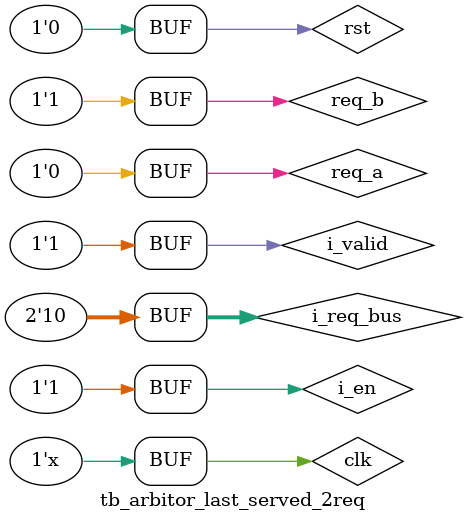
<source format=v>
`timescale 1ns / 1ps


module tb_arbitor_last_served_2req();
	parameter NUM_REQ  = 2;

    // timing signals
    reg                            clk;
    reg                            rst;
    
    // data signals
	reg                            i_valid;        // valid input data signal
	reg    [NUM_REQ-1:0]           i_req_bus;      // input data bus coming into arbiter
	
	wire                           o_valid;        // output valid
    wire                           o_grant_b;      // output grant 

	// control signals
	reg                            i_en;           // module enable
    
    // inner test
    reg                            req_a;
    reg                            req_b;

    // Test case declaration
    initial 
    begin
        clk = 1'b0;
        rst = 1'b0;
        // i_req_bus = {req_b,req_a}; 
        
        // don't enable
        i_valid = 1'b1;
        req_a = 1'b0;
        req_b = 1'b1;
        i_req_bus = {req_b, req_a};
        i_en = 1'b0;
        
        // reset
        #10
        rst = 1'b1;
        i_valid = 1'b1;
        req_a = 1'b0;
        req_b = 1'b1;
        i_req_bus = {req_b, req_a};
        i_en = 1'b1;
        
        // default: previous grant A; A doesn't request; B request -> should grant B output 1; valid
        #10
        rst = 1'b0;
        i_valid = 1'b1;
        req_a = 1'b0;
        req_b = 1'b1;
        i_req_bus = {req_b, req_a};
        i_en = 1'b1;
        
        // previous grant B; A request; B doesn't request -> should grant A output 0; valid
        #10
        i_valid = 1'b1;
        req_a = 1'b1;
        req_b = 1'b0;
        i_req_bus = {req_b, req_a};
        i_en = 1'b1;
        
        //  previous grant A; both A & B request -> should grant B output 1; valid
        #10
        i_valid = 1'b1;
        req_a = 1'b1;
        req_b = 1'b1;
        i_req_bus = {req_b, req_a};
        i_en = 1'b1;
        
        
        //  previous grant B; both A & B request -> should grant A output 0; valid
        #10
        i_valid = 1'b1;
        req_a = 1'b1;
        req_b = 1'b1;
        i_req_bus = {req_b, req_a};
        i_en = 1'b1;
        
        //  previous grant A; A request, B doesn't request -> should grant A output 0; valid
        #10
        i_valid = 1'b1;
        req_a = 1'b1;
        req_b = 1'b0;
        i_req_bus = {req_b, req_a};
        i_en = 1'b1;
        
        //  previous grant A; both A & B don't request -> should output 0; invalid doesn't grant anything
        #10
        i_valid = 1'b1;
        req_a = 1'b0;
        req_b = 1'b0;
        i_req_bus = {req_b, req_a};
        i_en = 1'b1;
        
        //  previous grant A; A doesn't request, B request -> should grant B output 1; valid
        #10
        i_valid = 1'b1;
        req_a = 1'b0;
        req_b = 1'b1;
        i_req_bus = {req_b, req_a};
        i_en = 1'b1;
        
        //  previous grant B; A request, B doesn't request -> should grant A output 0; valid
        #10
        i_valid = 1'b1;
        req_a = 1'b1;
        req_b = 1'b0;
        i_req_bus = {req_b, req_a};
        i_en = 1'b1;
        
        //  previous grant A; A doesn't request, B request -> should grant B output 1; valid
        #10
        i_valid = 1'b1;
        req_a = 1'b0;
        req_b = 1'b1;
        i_req_bus = {req_b, req_a};
        i_en = 1'b1;
 
        //  previous grant B; both A & B don't request -> should output 0; invalid -> don't grant anything
        #10
        i_valid = 1'b1;
        req_a = 1'b0;
        req_b = 1'b0;
        i_req_bus = {req_b, req_a};
        i_en = 1'b1;
         
        // disable -> should output z; invalid -> don't grant anything
        #10
        i_valid = 1'b1;
        req_a = 1'b0;
        req_b = 1'b0;
        i_req_bus = {req_b, req_a};
        i_en = 1'b0;
   
        // reset after enable
        #10
        rst = 1'b1;
        i_valid = 1'b1;
        req_a = 1'b0;
        req_b = 1'b1;
        i_req_bus = {req_b, req_a};
        i_en = 1'b1; 
        
         
        //  previous grant A; A doesn't request, B request -> should grant B output 1; valid
        #10
        rst = 1'b0;
        i_valid = 1'b1;
        req_a = 1'b0;
        req_b = 1'b1;
        i_req_bus = {req_b, req_a};
        i_en = 1'b1;                          
end


    // instantiate DUT (device under test)
    arbitor_last_served_2req dut(
        .clk(clk),
        .rst(rst),
		.i_valid(i_valid),
		.i_req_bus(i_req_bus),
		.o_valid(o_valid),
		.o_grant_b(o_grant_b),
		.i_en(i_en)
	);

    always#5 clk=~clk;

endmodule
</source>
